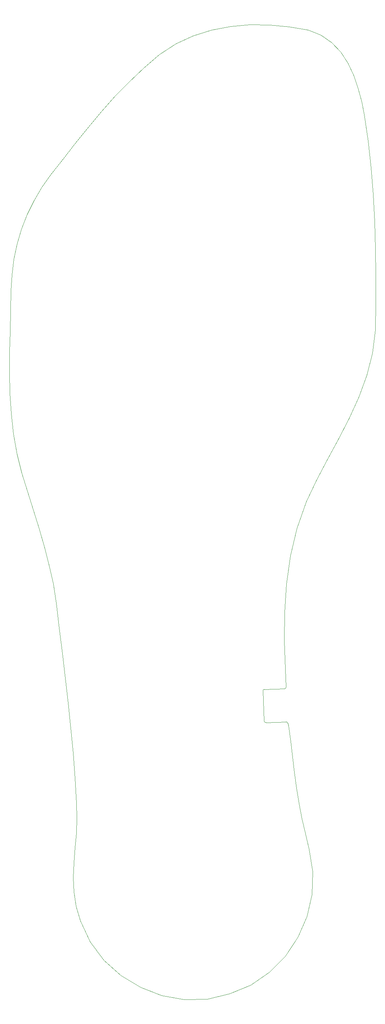
<source format=gm1>
G04 #@! TF.GenerationSoftware,KiCad,Pcbnew,(5.0.0)*
G04 #@! TF.CreationDate,2020-01-29T13:40:05+01:00*
G04 #@! TF.ProjectId,Insole_PCB,496E736F6C655F5043422E6B69636164,rev?*
G04 #@! TF.SameCoordinates,Original*
G04 #@! TF.FileFunction,Profile,NP*
%FSLAX46Y46*%
G04 Gerber Fmt 4.6, Leading zero omitted, Abs format (unit mm)*
G04 Created by KiCad (PCBNEW (5.0.0)) date 01/29/20 13:40:05*
%MOMM*%
%LPD*%
G01*
G04 APERTURE LIST*
%ADD10C,0.100000*%
G04 APERTURE END LIST*
D10*
X157409453Y-198080707D02*
X157911277Y-201713331D01*
X159908994Y-216227760D02*
X160588510Y-219826527D01*
X158318261Y-205354232D02*
X158781673Y-208988807D01*
X166439167Y-135641675D02*
X163896161Y-140511110D01*
X156901228Y-164777847D02*
X156473684Y-171419579D01*
X156473684Y-171419579D02*
X156433104Y-178103725D01*
X157823750Y-158212702D02*
X156901228Y-164777847D01*
X158781673Y-208988807D02*
X159309317Y-212614252D01*
X159309317Y-212614252D02*
X159908994Y-216227760D01*
X156433104Y-178103725D02*
X156669453Y-184800707D01*
X160588510Y-219826527D02*
X161355667Y-223407748D01*
X161355667Y-223407748D02*
X162218263Y-226968638D01*
X161585810Y-145448873D02*
X159349271Y-151758320D01*
X157911277Y-201713331D02*
X158318261Y-205354232D01*
X163896161Y-140511110D02*
X161585810Y-145448873D01*
X159349271Y-151758320D02*
X157823750Y-158212702D01*
X91804491Y-115187999D02*
X91832941Y-110363289D01*
X165053220Y-35998127D02*
X167584278Y-37758537D01*
X171377382Y-42610777D02*
X172735392Y-45486747D01*
X93538615Y-134341040D02*
X92720838Y-129588003D01*
X177902462Y-98762229D02*
X177834792Y-105079571D01*
X157566844Y-34050597D02*
X162035185Y-34825417D01*
X110386031Y-57495262D02*
X113463918Y-53866538D01*
X104458042Y-64936275D02*
X107391097Y-61194235D01*
X102774677Y-169303407D02*
X102100033Y-164814401D01*
X176152462Y-60876072D02*
X176845671Y-67159237D01*
X172735392Y-45486747D02*
X173798349Y-48518722D01*
X92354174Y-92237686D02*
X92828098Y-88603699D01*
X177339628Y-73462631D02*
X177663310Y-79780439D01*
X173798349Y-48518722D02*
X174614234Y-51598763D01*
X169676338Y-39998727D02*
X171377382Y-42610777D01*
X94632497Y-81526271D02*
X95955707Y-78122873D01*
X91832941Y-110363289D02*
X91939131Y-105537350D01*
X143822830Y-33938667D02*
X148398524Y-33563147D01*
X119952856Y-46928557D02*
X123406058Y-43673667D01*
X103513143Y-175149231D02*
X102774677Y-169303407D01*
X139335639Y-34785817D02*
X143822830Y-33938667D01*
X107391097Y-61194235D02*
X110386031Y-57495262D01*
X174614234Y-51598763D02*
X175231028Y-54618948D01*
X130875339Y-38071277D02*
X134999095Y-36148647D01*
X94703276Y-138709633D02*
X93538615Y-134341040D01*
X101154082Y-160392744D02*
X100003925Y-156021718D01*
X99425986Y-71686817D02*
X101565789Y-68694201D01*
X97554747Y-74836382D02*
X99425986Y-71686817D01*
X91939131Y-105537350D02*
X92069529Y-100716860D01*
X102100033Y-164814401D02*
X101154082Y-160392744D01*
X104242183Y-180998686D02*
X103513143Y-175149231D01*
X177845692Y-86106851D02*
X177915752Y-92436052D01*
X169058610Y-130790919D02*
X166439167Y-135641675D01*
X173901941Y-120946843D02*
X171598274Y-125909192D01*
X177915752Y-92436052D02*
X177902462Y-98762229D01*
X176845671Y-67159237D02*
X177339628Y-73462631D01*
X123406058Y-43673667D02*
X127026516Y-40597757D01*
X116645835Y-50335243D02*
X119952856Y-46928557D01*
X175231028Y-54618948D02*
X176152462Y-60876072D01*
X95955707Y-78122873D02*
X97554747Y-74836382D01*
X177663310Y-79780439D02*
X177845692Y-86106851D01*
X162035185Y-34825417D02*
X165053220Y-35998127D01*
X92828098Y-88603699D02*
X93588750Y-85026553D01*
X92720838Y-129588003D02*
X92194910Y-124807033D01*
X134999095Y-36148647D02*
X139335639Y-34785817D01*
X100003925Y-156021718D02*
X98716665Y-151684609D01*
X127026516Y-40597757D02*
X130875339Y-38071277D01*
X113463918Y-53866538D02*
X116645835Y-50335243D01*
X101565789Y-68694201D02*
X104458042Y-64936275D01*
X93588750Y-85026553D02*
X94632497Y-81526271D01*
X92069529Y-100716860D02*
X92170609Y-95908494D01*
X148398524Y-33563147D02*
X153000576Y-33615147D01*
X98716665Y-151684609D02*
X97359402Y-147364702D01*
X97359402Y-147364702D02*
X95999239Y-143045282D01*
X95999239Y-143045282D02*
X94703276Y-138709633D01*
X177176417Y-110581683D02*
X175813394Y-115854223D01*
X167584278Y-37758537D02*
X169676338Y-39998727D01*
X92194910Y-124807033D02*
X91907304Y-120004806D01*
X91907304Y-120004806D02*
X91804491Y-115187999D01*
X171598274Y-125909192D02*
X169058610Y-130790919D01*
X92170609Y-95908494D02*
X92354174Y-92237686D01*
X175813394Y-115854223D02*
X173901941Y-120946843D01*
X177834792Y-105079571D02*
X177176417Y-110581683D01*
X153000576Y-33615147D02*
X157566844Y-34050597D01*
X106216421Y-198574381D02*
X105609453Y-192710707D01*
X107659848Y-219665164D02*
X107543068Y-216202713D01*
X138273464Y-262125737D02*
X132901958Y-262219437D01*
X106954708Y-230108261D02*
X107234316Y-226628107D01*
X106805674Y-233573978D02*
X106954708Y-230108261D01*
X163123949Y-232258467D02*
X162928673Y-237571542D01*
X159586960Y-247622169D02*
X156616384Y-252037087D01*
X106918567Y-237015089D02*
X106805674Y-233573978D01*
X127616910Y-261269177D02*
X122588805Y-259358497D01*
X106751434Y-204443904D02*
X106216421Y-198574381D01*
X107543068Y-216202713D02*
X107198860Y-210319830D01*
X143560941Y-260904487D02*
X138273464Y-262125737D01*
X162218263Y-226968638D02*
X163123949Y-232258467D01*
X107513147Y-223143685D02*
X107659848Y-219665164D01*
X108455541Y-243782816D02*
X107424739Y-240421425D01*
X148515444Y-258839567D02*
X143560941Y-260904487D01*
X152896568Y-255829997D02*
X148515444Y-258839567D01*
X161720367Y-242746548D02*
X159586960Y-247622169D01*
X107198860Y-210319830D02*
X106751434Y-204443904D01*
X107234316Y-226628107D02*
X107513147Y-223143685D01*
X107424739Y-240421425D02*
X106918567Y-237015089D01*
X110751011Y-248699567D02*
X108455541Y-243782816D01*
X117988129Y-256570967D02*
X113985369Y-252990137D01*
X122588805Y-259358497D02*
X117988129Y-256570967D01*
X132901958Y-262219437D02*
X127616910Y-261269177D01*
X162928673Y-237571542D02*
X161720367Y-242746548D01*
X156616384Y-252037087D02*
X152896568Y-255829997D01*
X113985369Y-252990137D02*
X110751011Y-248699567D01*
X104946163Y-186852327D02*
X104242183Y-180998686D01*
X105609453Y-192710707D02*
X104946163Y-186852327D01*
X151669453Y-196910707D02*
X151419453Y-189780707D01*
X151669454Y-196909361D02*
G75*
G03X152115647Y-197270707I401061J39080D01*
G01*
X156859453Y-197100707D02*
X152109453Y-197270707D01*
X151699637Y-189482814D02*
G75*
G03X151419453Y-189770707I26761J-306331D01*
G01*
X157209952Y-197396623D02*
G75*
G03X156859453Y-197100707I-320499J-24084D01*
G01*
X156563537Y-189310706D02*
G75*
G03X156859453Y-188960207I-24084J320499D01*
G01*
X157209453Y-197400707D02*
X157409453Y-198080707D01*
X156559453Y-189310707D02*
X151699453Y-189480707D01*
X156669453Y-184790707D02*
X156859453Y-188950707D01*
M02*

</source>
